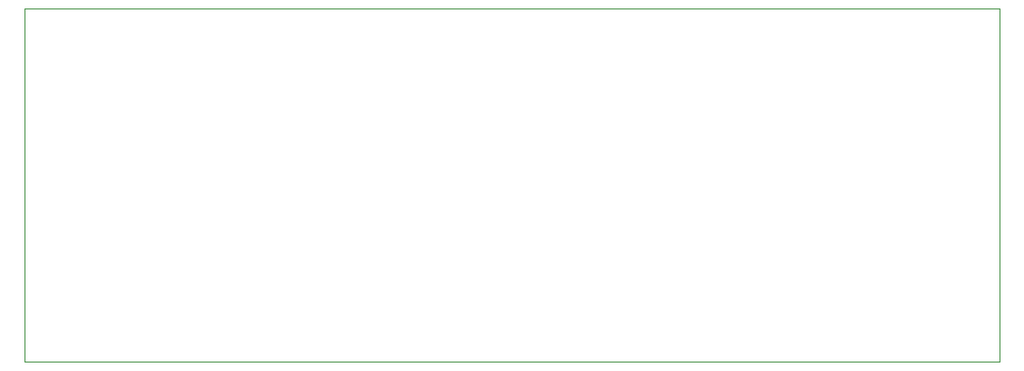
<source format=gbr>
%TF.GenerationSoftware,KiCad,Pcbnew,8.0.6*%
%TF.CreationDate,2024-10-28T20:27:21+01:00*%
%TF.ProjectId,ATtiny3,41547469-6e79-4332-9b2e-6b696361645f,rev?*%
%TF.SameCoordinates,Original*%
%TF.FileFunction,Profile,NP*%
%FSLAX46Y46*%
G04 Gerber Fmt 4.6, Leading zero omitted, Abs format (unit mm)*
G04 Created by KiCad (PCBNEW 8.0.6) date 2024-10-28 20:27:21*
%MOMM*%
%LPD*%
G01*
G04 APERTURE LIST*
%TA.AperFunction,Profile*%
%ADD10C,0.050000*%
%TD*%
G04 APERTURE END LIST*
D10*
X14605000Y-17145000D02*
X17780000Y-17145000D01*
X14605000Y-19685000D02*
X14605000Y-17145000D01*
X14605000Y-48895000D02*
X17145000Y-48895000D01*
X14605000Y-46990000D02*
X14605000Y-48895000D01*
X102235000Y-48895000D02*
X102235000Y-46990000D01*
X102235000Y-19685000D02*
X102235000Y-17145000D01*
X14605000Y-46990000D02*
X14605000Y-19685000D01*
X102235000Y-48895000D02*
X17145000Y-48895000D01*
X102235000Y-19685000D02*
X102235000Y-46990000D01*
X17780000Y-17145000D02*
X102235000Y-17145000D01*
M02*

</source>
